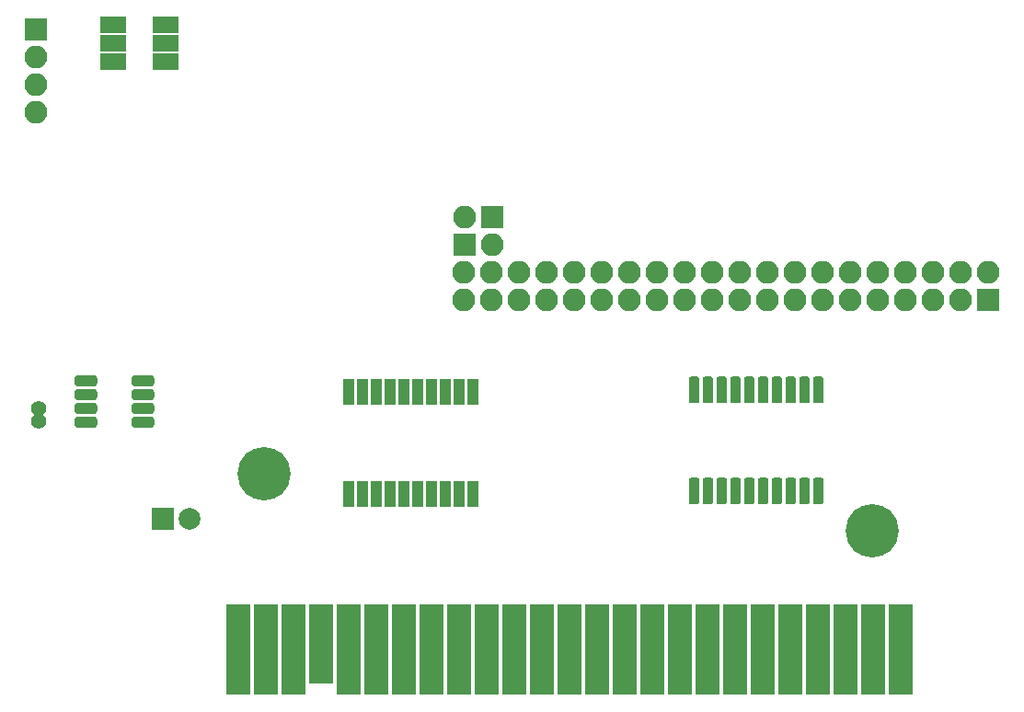
<source format=gbr>
G04 #@! TF.GenerationSoftware,KiCad,Pcbnew,5.1.5+dfsg1-2*
G04 #@! TF.CreationDate,2020-04-06T16:56:46-07:00*
G04 #@! TF.ProjectId,rpmpv1,72706d70-7631-42e6-9b69-6361645f7063,rev?*
G04 #@! TF.SameCoordinates,Original*
G04 #@! TF.FileFunction,Soldermask,Top*
G04 #@! TF.FilePolarity,Negative*
%FSLAX46Y46*%
G04 Gerber Fmt 4.6, Leading zero omitted, Abs format (unit mm)*
G04 Created by KiCad (PCBNEW 5.1.5+dfsg1-2) date 2020-04-06 16:56:46*
%MOMM*%
%LPD*%
G04 APERTURE LIST*
%ADD10O,2.100000X2.100000*%
%ADD11R,2.100000X2.100000*%
%ADD12R,2.400000X1.500000*%
%ADD13R,1.000000X2.350000*%
%ADD14C,4.900000*%
%ADD15R,2.200000X8.400000*%
%ADD16R,2.200000X7.400000*%
%ADD17C,0.100000*%
%ADD18R,2.000000X2.000000*%
%ADD19C,2.000000*%
%ADD20C,1.400000*%
G04 APERTURE END LIST*
D10*
X147740000Y-75154500D03*
X147740000Y-77694500D03*
X150280000Y-75154500D03*
X150280000Y-77694500D03*
X152820000Y-75154500D03*
X152820000Y-77694500D03*
X155360000Y-75154500D03*
X155360000Y-77694500D03*
X157900000Y-75154500D03*
X157900000Y-77694500D03*
X160440000Y-75154500D03*
X160440000Y-77694500D03*
X162980000Y-75154500D03*
X162980000Y-77694500D03*
X165520000Y-75154500D03*
X165520000Y-77694500D03*
X168060000Y-75154500D03*
X168060000Y-77694500D03*
X170600000Y-75154500D03*
X170600000Y-77694500D03*
X173140000Y-75154500D03*
X173140000Y-77694500D03*
X175680000Y-75154500D03*
X175680000Y-77694500D03*
X178220000Y-75154500D03*
X178220000Y-77694500D03*
X180760000Y-75154500D03*
X180760000Y-77694500D03*
X183300000Y-75154500D03*
X183300000Y-77694500D03*
X185840000Y-75154500D03*
X185840000Y-77694500D03*
X188380000Y-75154500D03*
X188380000Y-77694500D03*
X190920000Y-75154500D03*
X190920000Y-77694500D03*
X193460000Y-75154500D03*
X193460000Y-77694500D03*
X196000000Y-75154500D03*
D11*
X196000000Y-77694500D03*
D12*
X115469000Y-52353000D03*
X115469000Y-54053000D03*
X115469000Y-55753000D03*
X120269000Y-55753000D03*
X120269000Y-54053000D03*
X120269000Y-52353000D03*
D11*
X108331000Y-52768500D03*
D10*
X108331000Y-55308500D03*
X108331000Y-57848500D03*
X108331000Y-60388500D03*
D13*
X137160000Y-95505000D03*
X138430000Y-95505000D03*
X139700000Y-95505000D03*
X140970000Y-95505000D03*
X142240000Y-95505000D03*
X143510000Y-95505000D03*
X144780000Y-95505000D03*
X146050000Y-95505000D03*
X147320000Y-95505000D03*
X148590000Y-95505000D03*
X148590000Y-86105000D03*
X147320000Y-86105000D03*
X146050000Y-86105000D03*
X144780000Y-86105000D03*
X143510000Y-86105000D03*
X142240000Y-86105000D03*
X140970000Y-86105000D03*
X139700000Y-86105000D03*
X138430000Y-86105000D03*
X137160000Y-86105000D03*
D14*
X185323640Y-98897440D03*
D15*
X187939840Y-109827440D03*
X185399840Y-109827440D03*
X182859840Y-109827440D03*
X180319840Y-109827440D03*
X177779840Y-109827440D03*
X175239840Y-109827440D03*
X172699840Y-109827440D03*
X170159840Y-109827440D03*
X167619840Y-109827440D03*
X165079840Y-109827440D03*
X162539840Y-109827440D03*
X159999840Y-109827440D03*
X157459840Y-109827440D03*
X154919840Y-109827440D03*
X152379840Y-109827440D03*
X149839840Y-109827440D03*
X147299840Y-109827440D03*
X144759840Y-109827440D03*
X142219840Y-109827440D03*
X139679840Y-109827440D03*
X137139840Y-109827440D03*
D16*
X134594760Y-109334680D03*
D15*
X132059840Y-109827440D03*
X129519840Y-109827440D03*
X126979840Y-109827440D03*
D14*
X129324260Y-93695520D03*
D17*
G36*
X118994504Y-88401204D02*
G01*
X119018773Y-88404804D01*
X119042571Y-88410765D01*
X119065671Y-88419030D01*
X119087849Y-88429520D01*
X119108893Y-88442133D01*
X119128598Y-88456747D01*
X119146777Y-88473223D01*
X119163253Y-88491402D01*
X119177867Y-88511107D01*
X119190480Y-88532151D01*
X119200970Y-88554329D01*
X119209235Y-88577429D01*
X119215196Y-88601227D01*
X119218796Y-88625496D01*
X119220000Y-88650000D01*
X119220000Y-89150000D01*
X119218796Y-89174504D01*
X119215196Y-89198773D01*
X119209235Y-89222571D01*
X119200970Y-89245671D01*
X119190480Y-89267849D01*
X119177867Y-89288893D01*
X119163253Y-89308598D01*
X119146777Y-89326777D01*
X119128598Y-89343253D01*
X119108893Y-89357867D01*
X119087849Y-89370480D01*
X119065671Y-89380970D01*
X119042571Y-89389235D01*
X119018773Y-89395196D01*
X118994504Y-89398796D01*
X118970000Y-89400000D01*
X117420000Y-89400000D01*
X117395496Y-89398796D01*
X117371227Y-89395196D01*
X117347429Y-89389235D01*
X117324329Y-89380970D01*
X117302151Y-89370480D01*
X117281107Y-89357867D01*
X117261402Y-89343253D01*
X117243223Y-89326777D01*
X117226747Y-89308598D01*
X117212133Y-89288893D01*
X117199520Y-89267849D01*
X117189030Y-89245671D01*
X117180765Y-89222571D01*
X117174804Y-89198773D01*
X117171204Y-89174504D01*
X117170000Y-89150000D01*
X117170000Y-88650000D01*
X117171204Y-88625496D01*
X117174804Y-88601227D01*
X117180765Y-88577429D01*
X117189030Y-88554329D01*
X117199520Y-88532151D01*
X117212133Y-88511107D01*
X117226747Y-88491402D01*
X117243223Y-88473223D01*
X117261402Y-88456747D01*
X117281107Y-88442133D01*
X117302151Y-88429520D01*
X117324329Y-88419030D01*
X117347429Y-88410765D01*
X117371227Y-88404804D01*
X117395496Y-88401204D01*
X117420000Y-88400000D01*
X118970000Y-88400000D01*
X118994504Y-88401204D01*
G37*
G36*
X118994504Y-87131204D02*
G01*
X119018773Y-87134804D01*
X119042571Y-87140765D01*
X119065671Y-87149030D01*
X119087849Y-87159520D01*
X119108893Y-87172133D01*
X119128598Y-87186747D01*
X119146777Y-87203223D01*
X119163253Y-87221402D01*
X119177867Y-87241107D01*
X119190480Y-87262151D01*
X119200970Y-87284329D01*
X119209235Y-87307429D01*
X119215196Y-87331227D01*
X119218796Y-87355496D01*
X119220000Y-87380000D01*
X119220000Y-87880000D01*
X119218796Y-87904504D01*
X119215196Y-87928773D01*
X119209235Y-87952571D01*
X119200970Y-87975671D01*
X119190480Y-87997849D01*
X119177867Y-88018893D01*
X119163253Y-88038598D01*
X119146777Y-88056777D01*
X119128598Y-88073253D01*
X119108893Y-88087867D01*
X119087849Y-88100480D01*
X119065671Y-88110970D01*
X119042571Y-88119235D01*
X119018773Y-88125196D01*
X118994504Y-88128796D01*
X118970000Y-88130000D01*
X117420000Y-88130000D01*
X117395496Y-88128796D01*
X117371227Y-88125196D01*
X117347429Y-88119235D01*
X117324329Y-88110970D01*
X117302151Y-88100480D01*
X117281107Y-88087867D01*
X117261402Y-88073253D01*
X117243223Y-88056777D01*
X117226747Y-88038598D01*
X117212133Y-88018893D01*
X117199520Y-87997849D01*
X117189030Y-87975671D01*
X117180765Y-87952571D01*
X117174804Y-87928773D01*
X117171204Y-87904504D01*
X117170000Y-87880000D01*
X117170000Y-87380000D01*
X117171204Y-87355496D01*
X117174804Y-87331227D01*
X117180765Y-87307429D01*
X117189030Y-87284329D01*
X117199520Y-87262151D01*
X117212133Y-87241107D01*
X117226747Y-87221402D01*
X117243223Y-87203223D01*
X117261402Y-87186747D01*
X117281107Y-87172133D01*
X117302151Y-87159520D01*
X117324329Y-87149030D01*
X117347429Y-87140765D01*
X117371227Y-87134804D01*
X117395496Y-87131204D01*
X117420000Y-87130000D01*
X118970000Y-87130000D01*
X118994504Y-87131204D01*
G37*
G36*
X118994504Y-85861204D02*
G01*
X119018773Y-85864804D01*
X119042571Y-85870765D01*
X119065671Y-85879030D01*
X119087849Y-85889520D01*
X119108893Y-85902133D01*
X119128598Y-85916747D01*
X119146777Y-85933223D01*
X119163253Y-85951402D01*
X119177867Y-85971107D01*
X119190480Y-85992151D01*
X119200970Y-86014329D01*
X119209235Y-86037429D01*
X119215196Y-86061227D01*
X119218796Y-86085496D01*
X119220000Y-86110000D01*
X119220000Y-86610000D01*
X119218796Y-86634504D01*
X119215196Y-86658773D01*
X119209235Y-86682571D01*
X119200970Y-86705671D01*
X119190480Y-86727849D01*
X119177867Y-86748893D01*
X119163253Y-86768598D01*
X119146777Y-86786777D01*
X119128598Y-86803253D01*
X119108893Y-86817867D01*
X119087849Y-86830480D01*
X119065671Y-86840970D01*
X119042571Y-86849235D01*
X119018773Y-86855196D01*
X118994504Y-86858796D01*
X118970000Y-86860000D01*
X117420000Y-86860000D01*
X117395496Y-86858796D01*
X117371227Y-86855196D01*
X117347429Y-86849235D01*
X117324329Y-86840970D01*
X117302151Y-86830480D01*
X117281107Y-86817867D01*
X117261402Y-86803253D01*
X117243223Y-86786777D01*
X117226747Y-86768598D01*
X117212133Y-86748893D01*
X117199520Y-86727849D01*
X117189030Y-86705671D01*
X117180765Y-86682571D01*
X117174804Y-86658773D01*
X117171204Y-86634504D01*
X117170000Y-86610000D01*
X117170000Y-86110000D01*
X117171204Y-86085496D01*
X117174804Y-86061227D01*
X117180765Y-86037429D01*
X117189030Y-86014329D01*
X117199520Y-85992151D01*
X117212133Y-85971107D01*
X117226747Y-85951402D01*
X117243223Y-85933223D01*
X117261402Y-85916747D01*
X117281107Y-85902133D01*
X117302151Y-85889520D01*
X117324329Y-85879030D01*
X117347429Y-85870765D01*
X117371227Y-85864804D01*
X117395496Y-85861204D01*
X117420000Y-85860000D01*
X118970000Y-85860000D01*
X118994504Y-85861204D01*
G37*
G36*
X118994504Y-84591204D02*
G01*
X119018773Y-84594804D01*
X119042571Y-84600765D01*
X119065671Y-84609030D01*
X119087849Y-84619520D01*
X119108893Y-84632133D01*
X119128598Y-84646747D01*
X119146777Y-84663223D01*
X119163253Y-84681402D01*
X119177867Y-84701107D01*
X119190480Y-84722151D01*
X119200970Y-84744329D01*
X119209235Y-84767429D01*
X119215196Y-84791227D01*
X119218796Y-84815496D01*
X119220000Y-84840000D01*
X119220000Y-85340000D01*
X119218796Y-85364504D01*
X119215196Y-85388773D01*
X119209235Y-85412571D01*
X119200970Y-85435671D01*
X119190480Y-85457849D01*
X119177867Y-85478893D01*
X119163253Y-85498598D01*
X119146777Y-85516777D01*
X119128598Y-85533253D01*
X119108893Y-85547867D01*
X119087849Y-85560480D01*
X119065671Y-85570970D01*
X119042571Y-85579235D01*
X119018773Y-85585196D01*
X118994504Y-85588796D01*
X118970000Y-85590000D01*
X117420000Y-85590000D01*
X117395496Y-85588796D01*
X117371227Y-85585196D01*
X117347429Y-85579235D01*
X117324329Y-85570970D01*
X117302151Y-85560480D01*
X117281107Y-85547867D01*
X117261402Y-85533253D01*
X117243223Y-85516777D01*
X117226747Y-85498598D01*
X117212133Y-85478893D01*
X117199520Y-85457849D01*
X117189030Y-85435671D01*
X117180765Y-85412571D01*
X117174804Y-85388773D01*
X117171204Y-85364504D01*
X117170000Y-85340000D01*
X117170000Y-84840000D01*
X117171204Y-84815496D01*
X117174804Y-84791227D01*
X117180765Y-84767429D01*
X117189030Y-84744329D01*
X117199520Y-84722151D01*
X117212133Y-84701107D01*
X117226747Y-84681402D01*
X117243223Y-84663223D01*
X117261402Y-84646747D01*
X117281107Y-84632133D01*
X117302151Y-84619520D01*
X117324329Y-84609030D01*
X117347429Y-84600765D01*
X117371227Y-84594804D01*
X117395496Y-84591204D01*
X117420000Y-84590000D01*
X118970000Y-84590000D01*
X118994504Y-84591204D01*
G37*
G36*
X113744504Y-84591204D02*
G01*
X113768773Y-84594804D01*
X113792571Y-84600765D01*
X113815671Y-84609030D01*
X113837849Y-84619520D01*
X113858893Y-84632133D01*
X113878598Y-84646747D01*
X113896777Y-84663223D01*
X113913253Y-84681402D01*
X113927867Y-84701107D01*
X113940480Y-84722151D01*
X113950970Y-84744329D01*
X113959235Y-84767429D01*
X113965196Y-84791227D01*
X113968796Y-84815496D01*
X113970000Y-84840000D01*
X113970000Y-85340000D01*
X113968796Y-85364504D01*
X113965196Y-85388773D01*
X113959235Y-85412571D01*
X113950970Y-85435671D01*
X113940480Y-85457849D01*
X113927867Y-85478893D01*
X113913253Y-85498598D01*
X113896777Y-85516777D01*
X113878598Y-85533253D01*
X113858893Y-85547867D01*
X113837849Y-85560480D01*
X113815671Y-85570970D01*
X113792571Y-85579235D01*
X113768773Y-85585196D01*
X113744504Y-85588796D01*
X113720000Y-85590000D01*
X112170000Y-85590000D01*
X112145496Y-85588796D01*
X112121227Y-85585196D01*
X112097429Y-85579235D01*
X112074329Y-85570970D01*
X112052151Y-85560480D01*
X112031107Y-85547867D01*
X112011402Y-85533253D01*
X111993223Y-85516777D01*
X111976747Y-85498598D01*
X111962133Y-85478893D01*
X111949520Y-85457849D01*
X111939030Y-85435671D01*
X111930765Y-85412571D01*
X111924804Y-85388773D01*
X111921204Y-85364504D01*
X111920000Y-85340000D01*
X111920000Y-84840000D01*
X111921204Y-84815496D01*
X111924804Y-84791227D01*
X111930765Y-84767429D01*
X111939030Y-84744329D01*
X111949520Y-84722151D01*
X111962133Y-84701107D01*
X111976747Y-84681402D01*
X111993223Y-84663223D01*
X112011402Y-84646747D01*
X112031107Y-84632133D01*
X112052151Y-84619520D01*
X112074329Y-84609030D01*
X112097429Y-84600765D01*
X112121227Y-84594804D01*
X112145496Y-84591204D01*
X112170000Y-84590000D01*
X113720000Y-84590000D01*
X113744504Y-84591204D01*
G37*
G36*
X113744504Y-85861204D02*
G01*
X113768773Y-85864804D01*
X113792571Y-85870765D01*
X113815671Y-85879030D01*
X113837849Y-85889520D01*
X113858893Y-85902133D01*
X113878598Y-85916747D01*
X113896777Y-85933223D01*
X113913253Y-85951402D01*
X113927867Y-85971107D01*
X113940480Y-85992151D01*
X113950970Y-86014329D01*
X113959235Y-86037429D01*
X113965196Y-86061227D01*
X113968796Y-86085496D01*
X113970000Y-86110000D01*
X113970000Y-86610000D01*
X113968796Y-86634504D01*
X113965196Y-86658773D01*
X113959235Y-86682571D01*
X113950970Y-86705671D01*
X113940480Y-86727849D01*
X113927867Y-86748893D01*
X113913253Y-86768598D01*
X113896777Y-86786777D01*
X113878598Y-86803253D01*
X113858893Y-86817867D01*
X113837849Y-86830480D01*
X113815671Y-86840970D01*
X113792571Y-86849235D01*
X113768773Y-86855196D01*
X113744504Y-86858796D01*
X113720000Y-86860000D01*
X112170000Y-86860000D01*
X112145496Y-86858796D01*
X112121227Y-86855196D01*
X112097429Y-86849235D01*
X112074329Y-86840970D01*
X112052151Y-86830480D01*
X112031107Y-86817867D01*
X112011402Y-86803253D01*
X111993223Y-86786777D01*
X111976747Y-86768598D01*
X111962133Y-86748893D01*
X111949520Y-86727849D01*
X111939030Y-86705671D01*
X111930765Y-86682571D01*
X111924804Y-86658773D01*
X111921204Y-86634504D01*
X111920000Y-86610000D01*
X111920000Y-86110000D01*
X111921204Y-86085496D01*
X111924804Y-86061227D01*
X111930765Y-86037429D01*
X111939030Y-86014329D01*
X111949520Y-85992151D01*
X111962133Y-85971107D01*
X111976747Y-85951402D01*
X111993223Y-85933223D01*
X112011402Y-85916747D01*
X112031107Y-85902133D01*
X112052151Y-85889520D01*
X112074329Y-85879030D01*
X112097429Y-85870765D01*
X112121227Y-85864804D01*
X112145496Y-85861204D01*
X112170000Y-85860000D01*
X113720000Y-85860000D01*
X113744504Y-85861204D01*
G37*
G36*
X113744504Y-87131204D02*
G01*
X113768773Y-87134804D01*
X113792571Y-87140765D01*
X113815671Y-87149030D01*
X113837849Y-87159520D01*
X113858893Y-87172133D01*
X113878598Y-87186747D01*
X113896777Y-87203223D01*
X113913253Y-87221402D01*
X113927867Y-87241107D01*
X113940480Y-87262151D01*
X113950970Y-87284329D01*
X113959235Y-87307429D01*
X113965196Y-87331227D01*
X113968796Y-87355496D01*
X113970000Y-87380000D01*
X113970000Y-87880000D01*
X113968796Y-87904504D01*
X113965196Y-87928773D01*
X113959235Y-87952571D01*
X113950970Y-87975671D01*
X113940480Y-87997849D01*
X113927867Y-88018893D01*
X113913253Y-88038598D01*
X113896777Y-88056777D01*
X113878598Y-88073253D01*
X113858893Y-88087867D01*
X113837849Y-88100480D01*
X113815671Y-88110970D01*
X113792571Y-88119235D01*
X113768773Y-88125196D01*
X113744504Y-88128796D01*
X113720000Y-88130000D01*
X112170000Y-88130000D01*
X112145496Y-88128796D01*
X112121227Y-88125196D01*
X112097429Y-88119235D01*
X112074329Y-88110970D01*
X112052151Y-88100480D01*
X112031107Y-88087867D01*
X112011402Y-88073253D01*
X111993223Y-88056777D01*
X111976747Y-88038598D01*
X111962133Y-88018893D01*
X111949520Y-87997849D01*
X111939030Y-87975671D01*
X111930765Y-87952571D01*
X111924804Y-87928773D01*
X111921204Y-87904504D01*
X111920000Y-87880000D01*
X111920000Y-87380000D01*
X111921204Y-87355496D01*
X111924804Y-87331227D01*
X111930765Y-87307429D01*
X111939030Y-87284329D01*
X111949520Y-87262151D01*
X111962133Y-87241107D01*
X111976747Y-87221402D01*
X111993223Y-87203223D01*
X112011402Y-87186747D01*
X112031107Y-87172133D01*
X112052151Y-87159520D01*
X112074329Y-87149030D01*
X112097429Y-87140765D01*
X112121227Y-87134804D01*
X112145496Y-87131204D01*
X112170000Y-87130000D01*
X113720000Y-87130000D01*
X113744504Y-87131204D01*
G37*
G36*
X113744504Y-88401204D02*
G01*
X113768773Y-88404804D01*
X113792571Y-88410765D01*
X113815671Y-88419030D01*
X113837849Y-88429520D01*
X113858893Y-88442133D01*
X113878598Y-88456747D01*
X113896777Y-88473223D01*
X113913253Y-88491402D01*
X113927867Y-88511107D01*
X113940480Y-88532151D01*
X113950970Y-88554329D01*
X113959235Y-88577429D01*
X113965196Y-88601227D01*
X113968796Y-88625496D01*
X113970000Y-88650000D01*
X113970000Y-89150000D01*
X113968796Y-89174504D01*
X113965196Y-89198773D01*
X113959235Y-89222571D01*
X113950970Y-89245671D01*
X113940480Y-89267849D01*
X113927867Y-89288893D01*
X113913253Y-89308598D01*
X113896777Y-89326777D01*
X113878598Y-89343253D01*
X113858893Y-89357867D01*
X113837849Y-89370480D01*
X113815671Y-89380970D01*
X113792571Y-89389235D01*
X113768773Y-89395196D01*
X113744504Y-89398796D01*
X113720000Y-89400000D01*
X112170000Y-89400000D01*
X112145496Y-89398796D01*
X112121227Y-89395196D01*
X112097429Y-89389235D01*
X112074329Y-89380970D01*
X112052151Y-89370480D01*
X112031107Y-89357867D01*
X112011402Y-89343253D01*
X111993223Y-89326777D01*
X111976747Y-89308598D01*
X111962133Y-89288893D01*
X111949520Y-89267849D01*
X111939030Y-89245671D01*
X111930765Y-89222571D01*
X111924804Y-89198773D01*
X111921204Y-89174504D01*
X111920000Y-89150000D01*
X111920000Y-88650000D01*
X111921204Y-88625496D01*
X111924804Y-88601227D01*
X111930765Y-88577429D01*
X111939030Y-88554329D01*
X111949520Y-88532151D01*
X111962133Y-88511107D01*
X111976747Y-88491402D01*
X111993223Y-88473223D01*
X112011402Y-88456747D01*
X112031107Y-88442133D01*
X112052151Y-88429520D01*
X112074329Y-88419030D01*
X112097429Y-88410765D01*
X112121227Y-88404804D01*
X112145496Y-88401204D01*
X112170000Y-88400000D01*
X113720000Y-88400000D01*
X113744504Y-88401204D01*
G37*
G36*
X169184504Y-94026204D02*
G01*
X169208773Y-94029804D01*
X169232571Y-94035765D01*
X169255671Y-94044030D01*
X169277849Y-94054520D01*
X169298893Y-94067133D01*
X169318598Y-94081747D01*
X169336777Y-94098223D01*
X169353253Y-94116402D01*
X169367867Y-94136107D01*
X169380480Y-94157151D01*
X169390970Y-94179329D01*
X169399235Y-94202429D01*
X169405196Y-94226227D01*
X169408796Y-94250496D01*
X169410000Y-94275000D01*
X169410000Y-96225000D01*
X169408796Y-96249504D01*
X169405196Y-96273773D01*
X169399235Y-96297571D01*
X169390970Y-96320671D01*
X169380480Y-96342849D01*
X169367867Y-96363893D01*
X169353253Y-96383598D01*
X169336777Y-96401777D01*
X169318598Y-96418253D01*
X169298893Y-96432867D01*
X169277849Y-96445480D01*
X169255671Y-96455970D01*
X169232571Y-96464235D01*
X169208773Y-96470196D01*
X169184504Y-96473796D01*
X169160000Y-96475000D01*
X168660000Y-96475000D01*
X168635496Y-96473796D01*
X168611227Y-96470196D01*
X168587429Y-96464235D01*
X168564329Y-96455970D01*
X168542151Y-96445480D01*
X168521107Y-96432867D01*
X168501402Y-96418253D01*
X168483223Y-96401777D01*
X168466747Y-96383598D01*
X168452133Y-96363893D01*
X168439520Y-96342849D01*
X168429030Y-96320671D01*
X168420765Y-96297571D01*
X168414804Y-96273773D01*
X168411204Y-96249504D01*
X168410000Y-96225000D01*
X168410000Y-94275000D01*
X168411204Y-94250496D01*
X168414804Y-94226227D01*
X168420765Y-94202429D01*
X168429030Y-94179329D01*
X168439520Y-94157151D01*
X168452133Y-94136107D01*
X168466747Y-94116402D01*
X168483223Y-94098223D01*
X168501402Y-94081747D01*
X168521107Y-94067133D01*
X168542151Y-94054520D01*
X168564329Y-94044030D01*
X168587429Y-94035765D01*
X168611227Y-94029804D01*
X168635496Y-94026204D01*
X168660000Y-94025000D01*
X169160000Y-94025000D01*
X169184504Y-94026204D01*
G37*
G36*
X170454504Y-94026204D02*
G01*
X170478773Y-94029804D01*
X170502571Y-94035765D01*
X170525671Y-94044030D01*
X170547849Y-94054520D01*
X170568893Y-94067133D01*
X170588598Y-94081747D01*
X170606777Y-94098223D01*
X170623253Y-94116402D01*
X170637867Y-94136107D01*
X170650480Y-94157151D01*
X170660970Y-94179329D01*
X170669235Y-94202429D01*
X170675196Y-94226227D01*
X170678796Y-94250496D01*
X170680000Y-94275000D01*
X170680000Y-96225000D01*
X170678796Y-96249504D01*
X170675196Y-96273773D01*
X170669235Y-96297571D01*
X170660970Y-96320671D01*
X170650480Y-96342849D01*
X170637867Y-96363893D01*
X170623253Y-96383598D01*
X170606777Y-96401777D01*
X170588598Y-96418253D01*
X170568893Y-96432867D01*
X170547849Y-96445480D01*
X170525671Y-96455970D01*
X170502571Y-96464235D01*
X170478773Y-96470196D01*
X170454504Y-96473796D01*
X170430000Y-96475000D01*
X169930000Y-96475000D01*
X169905496Y-96473796D01*
X169881227Y-96470196D01*
X169857429Y-96464235D01*
X169834329Y-96455970D01*
X169812151Y-96445480D01*
X169791107Y-96432867D01*
X169771402Y-96418253D01*
X169753223Y-96401777D01*
X169736747Y-96383598D01*
X169722133Y-96363893D01*
X169709520Y-96342849D01*
X169699030Y-96320671D01*
X169690765Y-96297571D01*
X169684804Y-96273773D01*
X169681204Y-96249504D01*
X169680000Y-96225000D01*
X169680000Y-94275000D01*
X169681204Y-94250496D01*
X169684804Y-94226227D01*
X169690765Y-94202429D01*
X169699030Y-94179329D01*
X169709520Y-94157151D01*
X169722133Y-94136107D01*
X169736747Y-94116402D01*
X169753223Y-94098223D01*
X169771402Y-94081747D01*
X169791107Y-94067133D01*
X169812151Y-94054520D01*
X169834329Y-94044030D01*
X169857429Y-94035765D01*
X169881227Y-94029804D01*
X169905496Y-94026204D01*
X169930000Y-94025000D01*
X170430000Y-94025000D01*
X170454504Y-94026204D01*
G37*
G36*
X171724504Y-94026204D02*
G01*
X171748773Y-94029804D01*
X171772571Y-94035765D01*
X171795671Y-94044030D01*
X171817849Y-94054520D01*
X171838893Y-94067133D01*
X171858598Y-94081747D01*
X171876777Y-94098223D01*
X171893253Y-94116402D01*
X171907867Y-94136107D01*
X171920480Y-94157151D01*
X171930970Y-94179329D01*
X171939235Y-94202429D01*
X171945196Y-94226227D01*
X171948796Y-94250496D01*
X171950000Y-94275000D01*
X171950000Y-96225000D01*
X171948796Y-96249504D01*
X171945196Y-96273773D01*
X171939235Y-96297571D01*
X171930970Y-96320671D01*
X171920480Y-96342849D01*
X171907867Y-96363893D01*
X171893253Y-96383598D01*
X171876777Y-96401777D01*
X171858598Y-96418253D01*
X171838893Y-96432867D01*
X171817849Y-96445480D01*
X171795671Y-96455970D01*
X171772571Y-96464235D01*
X171748773Y-96470196D01*
X171724504Y-96473796D01*
X171700000Y-96475000D01*
X171200000Y-96475000D01*
X171175496Y-96473796D01*
X171151227Y-96470196D01*
X171127429Y-96464235D01*
X171104329Y-96455970D01*
X171082151Y-96445480D01*
X171061107Y-96432867D01*
X171041402Y-96418253D01*
X171023223Y-96401777D01*
X171006747Y-96383598D01*
X170992133Y-96363893D01*
X170979520Y-96342849D01*
X170969030Y-96320671D01*
X170960765Y-96297571D01*
X170954804Y-96273773D01*
X170951204Y-96249504D01*
X170950000Y-96225000D01*
X170950000Y-94275000D01*
X170951204Y-94250496D01*
X170954804Y-94226227D01*
X170960765Y-94202429D01*
X170969030Y-94179329D01*
X170979520Y-94157151D01*
X170992133Y-94136107D01*
X171006747Y-94116402D01*
X171023223Y-94098223D01*
X171041402Y-94081747D01*
X171061107Y-94067133D01*
X171082151Y-94054520D01*
X171104329Y-94044030D01*
X171127429Y-94035765D01*
X171151227Y-94029804D01*
X171175496Y-94026204D01*
X171200000Y-94025000D01*
X171700000Y-94025000D01*
X171724504Y-94026204D01*
G37*
G36*
X172994504Y-94026204D02*
G01*
X173018773Y-94029804D01*
X173042571Y-94035765D01*
X173065671Y-94044030D01*
X173087849Y-94054520D01*
X173108893Y-94067133D01*
X173128598Y-94081747D01*
X173146777Y-94098223D01*
X173163253Y-94116402D01*
X173177867Y-94136107D01*
X173190480Y-94157151D01*
X173200970Y-94179329D01*
X173209235Y-94202429D01*
X173215196Y-94226227D01*
X173218796Y-94250496D01*
X173220000Y-94275000D01*
X173220000Y-96225000D01*
X173218796Y-96249504D01*
X173215196Y-96273773D01*
X173209235Y-96297571D01*
X173200970Y-96320671D01*
X173190480Y-96342849D01*
X173177867Y-96363893D01*
X173163253Y-96383598D01*
X173146777Y-96401777D01*
X173128598Y-96418253D01*
X173108893Y-96432867D01*
X173087849Y-96445480D01*
X173065671Y-96455970D01*
X173042571Y-96464235D01*
X173018773Y-96470196D01*
X172994504Y-96473796D01*
X172970000Y-96475000D01*
X172470000Y-96475000D01*
X172445496Y-96473796D01*
X172421227Y-96470196D01*
X172397429Y-96464235D01*
X172374329Y-96455970D01*
X172352151Y-96445480D01*
X172331107Y-96432867D01*
X172311402Y-96418253D01*
X172293223Y-96401777D01*
X172276747Y-96383598D01*
X172262133Y-96363893D01*
X172249520Y-96342849D01*
X172239030Y-96320671D01*
X172230765Y-96297571D01*
X172224804Y-96273773D01*
X172221204Y-96249504D01*
X172220000Y-96225000D01*
X172220000Y-94275000D01*
X172221204Y-94250496D01*
X172224804Y-94226227D01*
X172230765Y-94202429D01*
X172239030Y-94179329D01*
X172249520Y-94157151D01*
X172262133Y-94136107D01*
X172276747Y-94116402D01*
X172293223Y-94098223D01*
X172311402Y-94081747D01*
X172331107Y-94067133D01*
X172352151Y-94054520D01*
X172374329Y-94044030D01*
X172397429Y-94035765D01*
X172421227Y-94029804D01*
X172445496Y-94026204D01*
X172470000Y-94025000D01*
X172970000Y-94025000D01*
X172994504Y-94026204D01*
G37*
G36*
X174264504Y-94026204D02*
G01*
X174288773Y-94029804D01*
X174312571Y-94035765D01*
X174335671Y-94044030D01*
X174357849Y-94054520D01*
X174378893Y-94067133D01*
X174398598Y-94081747D01*
X174416777Y-94098223D01*
X174433253Y-94116402D01*
X174447867Y-94136107D01*
X174460480Y-94157151D01*
X174470970Y-94179329D01*
X174479235Y-94202429D01*
X174485196Y-94226227D01*
X174488796Y-94250496D01*
X174490000Y-94275000D01*
X174490000Y-96225000D01*
X174488796Y-96249504D01*
X174485196Y-96273773D01*
X174479235Y-96297571D01*
X174470970Y-96320671D01*
X174460480Y-96342849D01*
X174447867Y-96363893D01*
X174433253Y-96383598D01*
X174416777Y-96401777D01*
X174398598Y-96418253D01*
X174378893Y-96432867D01*
X174357849Y-96445480D01*
X174335671Y-96455970D01*
X174312571Y-96464235D01*
X174288773Y-96470196D01*
X174264504Y-96473796D01*
X174240000Y-96475000D01*
X173740000Y-96475000D01*
X173715496Y-96473796D01*
X173691227Y-96470196D01*
X173667429Y-96464235D01*
X173644329Y-96455970D01*
X173622151Y-96445480D01*
X173601107Y-96432867D01*
X173581402Y-96418253D01*
X173563223Y-96401777D01*
X173546747Y-96383598D01*
X173532133Y-96363893D01*
X173519520Y-96342849D01*
X173509030Y-96320671D01*
X173500765Y-96297571D01*
X173494804Y-96273773D01*
X173491204Y-96249504D01*
X173490000Y-96225000D01*
X173490000Y-94275000D01*
X173491204Y-94250496D01*
X173494804Y-94226227D01*
X173500765Y-94202429D01*
X173509030Y-94179329D01*
X173519520Y-94157151D01*
X173532133Y-94136107D01*
X173546747Y-94116402D01*
X173563223Y-94098223D01*
X173581402Y-94081747D01*
X173601107Y-94067133D01*
X173622151Y-94054520D01*
X173644329Y-94044030D01*
X173667429Y-94035765D01*
X173691227Y-94029804D01*
X173715496Y-94026204D01*
X173740000Y-94025000D01*
X174240000Y-94025000D01*
X174264504Y-94026204D01*
G37*
G36*
X175534504Y-94026204D02*
G01*
X175558773Y-94029804D01*
X175582571Y-94035765D01*
X175605671Y-94044030D01*
X175627849Y-94054520D01*
X175648893Y-94067133D01*
X175668598Y-94081747D01*
X175686777Y-94098223D01*
X175703253Y-94116402D01*
X175717867Y-94136107D01*
X175730480Y-94157151D01*
X175740970Y-94179329D01*
X175749235Y-94202429D01*
X175755196Y-94226227D01*
X175758796Y-94250496D01*
X175760000Y-94275000D01*
X175760000Y-96225000D01*
X175758796Y-96249504D01*
X175755196Y-96273773D01*
X175749235Y-96297571D01*
X175740970Y-96320671D01*
X175730480Y-96342849D01*
X175717867Y-96363893D01*
X175703253Y-96383598D01*
X175686777Y-96401777D01*
X175668598Y-96418253D01*
X175648893Y-96432867D01*
X175627849Y-96445480D01*
X175605671Y-96455970D01*
X175582571Y-96464235D01*
X175558773Y-96470196D01*
X175534504Y-96473796D01*
X175510000Y-96475000D01*
X175010000Y-96475000D01*
X174985496Y-96473796D01*
X174961227Y-96470196D01*
X174937429Y-96464235D01*
X174914329Y-96455970D01*
X174892151Y-96445480D01*
X174871107Y-96432867D01*
X174851402Y-96418253D01*
X174833223Y-96401777D01*
X174816747Y-96383598D01*
X174802133Y-96363893D01*
X174789520Y-96342849D01*
X174779030Y-96320671D01*
X174770765Y-96297571D01*
X174764804Y-96273773D01*
X174761204Y-96249504D01*
X174760000Y-96225000D01*
X174760000Y-94275000D01*
X174761204Y-94250496D01*
X174764804Y-94226227D01*
X174770765Y-94202429D01*
X174779030Y-94179329D01*
X174789520Y-94157151D01*
X174802133Y-94136107D01*
X174816747Y-94116402D01*
X174833223Y-94098223D01*
X174851402Y-94081747D01*
X174871107Y-94067133D01*
X174892151Y-94054520D01*
X174914329Y-94044030D01*
X174937429Y-94035765D01*
X174961227Y-94029804D01*
X174985496Y-94026204D01*
X175010000Y-94025000D01*
X175510000Y-94025000D01*
X175534504Y-94026204D01*
G37*
G36*
X176804504Y-94026204D02*
G01*
X176828773Y-94029804D01*
X176852571Y-94035765D01*
X176875671Y-94044030D01*
X176897849Y-94054520D01*
X176918893Y-94067133D01*
X176938598Y-94081747D01*
X176956777Y-94098223D01*
X176973253Y-94116402D01*
X176987867Y-94136107D01*
X177000480Y-94157151D01*
X177010970Y-94179329D01*
X177019235Y-94202429D01*
X177025196Y-94226227D01*
X177028796Y-94250496D01*
X177030000Y-94275000D01*
X177030000Y-96225000D01*
X177028796Y-96249504D01*
X177025196Y-96273773D01*
X177019235Y-96297571D01*
X177010970Y-96320671D01*
X177000480Y-96342849D01*
X176987867Y-96363893D01*
X176973253Y-96383598D01*
X176956777Y-96401777D01*
X176938598Y-96418253D01*
X176918893Y-96432867D01*
X176897849Y-96445480D01*
X176875671Y-96455970D01*
X176852571Y-96464235D01*
X176828773Y-96470196D01*
X176804504Y-96473796D01*
X176780000Y-96475000D01*
X176280000Y-96475000D01*
X176255496Y-96473796D01*
X176231227Y-96470196D01*
X176207429Y-96464235D01*
X176184329Y-96455970D01*
X176162151Y-96445480D01*
X176141107Y-96432867D01*
X176121402Y-96418253D01*
X176103223Y-96401777D01*
X176086747Y-96383598D01*
X176072133Y-96363893D01*
X176059520Y-96342849D01*
X176049030Y-96320671D01*
X176040765Y-96297571D01*
X176034804Y-96273773D01*
X176031204Y-96249504D01*
X176030000Y-96225000D01*
X176030000Y-94275000D01*
X176031204Y-94250496D01*
X176034804Y-94226227D01*
X176040765Y-94202429D01*
X176049030Y-94179329D01*
X176059520Y-94157151D01*
X176072133Y-94136107D01*
X176086747Y-94116402D01*
X176103223Y-94098223D01*
X176121402Y-94081747D01*
X176141107Y-94067133D01*
X176162151Y-94054520D01*
X176184329Y-94044030D01*
X176207429Y-94035765D01*
X176231227Y-94029804D01*
X176255496Y-94026204D01*
X176280000Y-94025000D01*
X176780000Y-94025000D01*
X176804504Y-94026204D01*
G37*
G36*
X178074504Y-94026204D02*
G01*
X178098773Y-94029804D01*
X178122571Y-94035765D01*
X178145671Y-94044030D01*
X178167849Y-94054520D01*
X178188893Y-94067133D01*
X178208598Y-94081747D01*
X178226777Y-94098223D01*
X178243253Y-94116402D01*
X178257867Y-94136107D01*
X178270480Y-94157151D01*
X178280970Y-94179329D01*
X178289235Y-94202429D01*
X178295196Y-94226227D01*
X178298796Y-94250496D01*
X178300000Y-94275000D01*
X178300000Y-96225000D01*
X178298796Y-96249504D01*
X178295196Y-96273773D01*
X178289235Y-96297571D01*
X178280970Y-96320671D01*
X178270480Y-96342849D01*
X178257867Y-96363893D01*
X178243253Y-96383598D01*
X178226777Y-96401777D01*
X178208598Y-96418253D01*
X178188893Y-96432867D01*
X178167849Y-96445480D01*
X178145671Y-96455970D01*
X178122571Y-96464235D01*
X178098773Y-96470196D01*
X178074504Y-96473796D01*
X178050000Y-96475000D01*
X177550000Y-96475000D01*
X177525496Y-96473796D01*
X177501227Y-96470196D01*
X177477429Y-96464235D01*
X177454329Y-96455970D01*
X177432151Y-96445480D01*
X177411107Y-96432867D01*
X177391402Y-96418253D01*
X177373223Y-96401777D01*
X177356747Y-96383598D01*
X177342133Y-96363893D01*
X177329520Y-96342849D01*
X177319030Y-96320671D01*
X177310765Y-96297571D01*
X177304804Y-96273773D01*
X177301204Y-96249504D01*
X177300000Y-96225000D01*
X177300000Y-94275000D01*
X177301204Y-94250496D01*
X177304804Y-94226227D01*
X177310765Y-94202429D01*
X177319030Y-94179329D01*
X177329520Y-94157151D01*
X177342133Y-94136107D01*
X177356747Y-94116402D01*
X177373223Y-94098223D01*
X177391402Y-94081747D01*
X177411107Y-94067133D01*
X177432151Y-94054520D01*
X177454329Y-94044030D01*
X177477429Y-94035765D01*
X177501227Y-94029804D01*
X177525496Y-94026204D01*
X177550000Y-94025000D01*
X178050000Y-94025000D01*
X178074504Y-94026204D01*
G37*
G36*
X179344504Y-94026204D02*
G01*
X179368773Y-94029804D01*
X179392571Y-94035765D01*
X179415671Y-94044030D01*
X179437849Y-94054520D01*
X179458893Y-94067133D01*
X179478598Y-94081747D01*
X179496777Y-94098223D01*
X179513253Y-94116402D01*
X179527867Y-94136107D01*
X179540480Y-94157151D01*
X179550970Y-94179329D01*
X179559235Y-94202429D01*
X179565196Y-94226227D01*
X179568796Y-94250496D01*
X179570000Y-94275000D01*
X179570000Y-96225000D01*
X179568796Y-96249504D01*
X179565196Y-96273773D01*
X179559235Y-96297571D01*
X179550970Y-96320671D01*
X179540480Y-96342849D01*
X179527867Y-96363893D01*
X179513253Y-96383598D01*
X179496777Y-96401777D01*
X179478598Y-96418253D01*
X179458893Y-96432867D01*
X179437849Y-96445480D01*
X179415671Y-96455970D01*
X179392571Y-96464235D01*
X179368773Y-96470196D01*
X179344504Y-96473796D01*
X179320000Y-96475000D01*
X178820000Y-96475000D01*
X178795496Y-96473796D01*
X178771227Y-96470196D01*
X178747429Y-96464235D01*
X178724329Y-96455970D01*
X178702151Y-96445480D01*
X178681107Y-96432867D01*
X178661402Y-96418253D01*
X178643223Y-96401777D01*
X178626747Y-96383598D01*
X178612133Y-96363893D01*
X178599520Y-96342849D01*
X178589030Y-96320671D01*
X178580765Y-96297571D01*
X178574804Y-96273773D01*
X178571204Y-96249504D01*
X178570000Y-96225000D01*
X178570000Y-94275000D01*
X178571204Y-94250496D01*
X178574804Y-94226227D01*
X178580765Y-94202429D01*
X178589030Y-94179329D01*
X178599520Y-94157151D01*
X178612133Y-94136107D01*
X178626747Y-94116402D01*
X178643223Y-94098223D01*
X178661402Y-94081747D01*
X178681107Y-94067133D01*
X178702151Y-94054520D01*
X178724329Y-94044030D01*
X178747429Y-94035765D01*
X178771227Y-94029804D01*
X178795496Y-94026204D01*
X178820000Y-94025000D01*
X179320000Y-94025000D01*
X179344504Y-94026204D01*
G37*
G36*
X180614504Y-94026204D02*
G01*
X180638773Y-94029804D01*
X180662571Y-94035765D01*
X180685671Y-94044030D01*
X180707849Y-94054520D01*
X180728893Y-94067133D01*
X180748598Y-94081747D01*
X180766777Y-94098223D01*
X180783253Y-94116402D01*
X180797867Y-94136107D01*
X180810480Y-94157151D01*
X180820970Y-94179329D01*
X180829235Y-94202429D01*
X180835196Y-94226227D01*
X180838796Y-94250496D01*
X180840000Y-94275000D01*
X180840000Y-96225000D01*
X180838796Y-96249504D01*
X180835196Y-96273773D01*
X180829235Y-96297571D01*
X180820970Y-96320671D01*
X180810480Y-96342849D01*
X180797867Y-96363893D01*
X180783253Y-96383598D01*
X180766777Y-96401777D01*
X180748598Y-96418253D01*
X180728893Y-96432867D01*
X180707849Y-96445480D01*
X180685671Y-96455970D01*
X180662571Y-96464235D01*
X180638773Y-96470196D01*
X180614504Y-96473796D01*
X180590000Y-96475000D01*
X180090000Y-96475000D01*
X180065496Y-96473796D01*
X180041227Y-96470196D01*
X180017429Y-96464235D01*
X179994329Y-96455970D01*
X179972151Y-96445480D01*
X179951107Y-96432867D01*
X179931402Y-96418253D01*
X179913223Y-96401777D01*
X179896747Y-96383598D01*
X179882133Y-96363893D01*
X179869520Y-96342849D01*
X179859030Y-96320671D01*
X179850765Y-96297571D01*
X179844804Y-96273773D01*
X179841204Y-96249504D01*
X179840000Y-96225000D01*
X179840000Y-94275000D01*
X179841204Y-94250496D01*
X179844804Y-94226227D01*
X179850765Y-94202429D01*
X179859030Y-94179329D01*
X179869520Y-94157151D01*
X179882133Y-94136107D01*
X179896747Y-94116402D01*
X179913223Y-94098223D01*
X179931402Y-94081747D01*
X179951107Y-94067133D01*
X179972151Y-94054520D01*
X179994329Y-94044030D01*
X180017429Y-94035765D01*
X180041227Y-94029804D01*
X180065496Y-94026204D01*
X180090000Y-94025000D01*
X180590000Y-94025000D01*
X180614504Y-94026204D01*
G37*
G36*
X180614504Y-84726204D02*
G01*
X180638773Y-84729804D01*
X180662571Y-84735765D01*
X180685671Y-84744030D01*
X180707849Y-84754520D01*
X180728893Y-84767133D01*
X180748598Y-84781747D01*
X180766777Y-84798223D01*
X180783253Y-84816402D01*
X180797867Y-84836107D01*
X180810480Y-84857151D01*
X180820970Y-84879329D01*
X180829235Y-84902429D01*
X180835196Y-84926227D01*
X180838796Y-84950496D01*
X180840000Y-84975000D01*
X180840000Y-86925000D01*
X180838796Y-86949504D01*
X180835196Y-86973773D01*
X180829235Y-86997571D01*
X180820970Y-87020671D01*
X180810480Y-87042849D01*
X180797867Y-87063893D01*
X180783253Y-87083598D01*
X180766777Y-87101777D01*
X180748598Y-87118253D01*
X180728893Y-87132867D01*
X180707849Y-87145480D01*
X180685671Y-87155970D01*
X180662571Y-87164235D01*
X180638773Y-87170196D01*
X180614504Y-87173796D01*
X180590000Y-87175000D01*
X180090000Y-87175000D01*
X180065496Y-87173796D01*
X180041227Y-87170196D01*
X180017429Y-87164235D01*
X179994329Y-87155970D01*
X179972151Y-87145480D01*
X179951107Y-87132867D01*
X179931402Y-87118253D01*
X179913223Y-87101777D01*
X179896747Y-87083598D01*
X179882133Y-87063893D01*
X179869520Y-87042849D01*
X179859030Y-87020671D01*
X179850765Y-86997571D01*
X179844804Y-86973773D01*
X179841204Y-86949504D01*
X179840000Y-86925000D01*
X179840000Y-84975000D01*
X179841204Y-84950496D01*
X179844804Y-84926227D01*
X179850765Y-84902429D01*
X179859030Y-84879329D01*
X179869520Y-84857151D01*
X179882133Y-84836107D01*
X179896747Y-84816402D01*
X179913223Y-84798223D01*
X179931402Y-84781747D01*
X179951107Y-84767133D01*
X179972151Y-84754520D01*
X179994329Y-84744030D01*
X180017429Y-84735765D01*
X180041227Y-84729804D01*
X180065496Y-84726204D01*
X180090000Y-84725000D01*
X180590000Y-84725000D01*
X180614504Y-84726204D01*
G37*
G36*
X179344504Y-84726204D02*
G01*
X179368773Y-84729804D01*
X179392571Y-84735765D01*
X179415671Y-84744030D01*
X179437849Y-84754520D01*
X179458893Y-84767133D01*
X179478598Y-84781747D01*
X179496777Y-84798223D01*
X179513253Y-84816402D01*
X179527867Y-84836107D01*
X179540480Y-84857151D01*
X179550970Y-84879329D01*
X179559235Y-84902429D01*
X179565196Y-84926227D01*
X179568796Y-84950496D01*
X179570000Y-84975000D01*
X179570000Y-86925000D01*
X179568796Y-86949504D01*
X179565196Y-86973773D01*
X179559235Y-86997571D01*
X179550970Y-87020671D01*
X179540480Y-87042849D01*
X179527867Y-87063893D01*
X179513253Y-87083598D01*
X179496777Y-87101777D01*
X179478598Y-87118253D01*
X179458893Y-87132867D01*
X179437849Y-87145480D01*
X179415671Y-87155970D01*
X179392571Y-87164235D01*
X179368773Y-87170196D01*
X179344504Y-87173796D01*
X179320000Y-87175000D01*
X178820000Y-87175000D01*
X178795496Y-87173796D01*
X178771227Y-87170196D01*
X178747429Y-87164235D01*
X178724329Y-87155970D01*
X178702151Y-87145480D01*
X178681107Y-87132867D01*
X178661402Y-87118253D01*
X178643223Y-87101777D01*
X178626747Y-87083598D01*
X178612133Y-87063893D01*
X178599520Y-87042849D01*
X178589030Y-87020671D01*
X178580765Y-86997571D01*
X178574804Y-86973773D01*
X178571204Y-86949504D01*
X178570000Y-86925000D01*
X178570000Y-84975000D01*
X178571204Y-84950496D01*
X178574804Y-84926227D01*
X178580765Y-84902429D01*
X178589030Y-84879329D01*
X178599520Y-84857151D01*
X178612133Y-84836107D01*
X178626747Y-84816402D01*
X178643223Y-84798223D01*
X178661402Y-84781747D01*
X178681107Y-84767133D01*
X178702151Y-84754520D01*
X178724329Y-84744030D01*
X178747429Y-84735765D01*
X178771227Y-84729804D01*
X178795496Y-84726204D01*
X178820000Y-84725000D01*
X179320000Y-84725000D01*
X179344504Y-84726204D01*
G37*
G36*
X178074504Y-84726204D02*
G01*
X178098773Y-84729804D01*
X178122571Y-84735765D01*
X178145671Y-84744030D01*
X178167849Y-84754520D01*
X178188893Y-84767133D01*
X178208598Y-84781747D01*
X178226777Y-84798223D01*
X178243253Y-84816402D01*
X178257867Y-84836107D01*
X178270480Y-84857151D01*
X178280970Y-84879329D01*
X178289235Y-84902429D01*
X178295196Y-84926227D01*
X178298796Y-84950496D01*
X178300000Y-84975000D01*
X178300000Y-86925000D01*
X178298796Y-86949504D01*
X178295196Y-86973773D01*
X178289235Y-86997571D01*
X178280970Y-87020671D01*
X178270480Y-87042849D01*
X178257867Y-87063893D01*
X178243253Y-87083598D01*
X178226777Y-87101777D01*
X178208598Y-87118253D01*
X178188893Y-87132867D01*
X178167849Y-87145480D01*
X178145671Y-87155970D01*
X178122571Y-87164235D01*
X178098773Y-87170196D01*
X178074504Y-87173796D01*
X178050000Y-87175000D01*
X177550000Y-87175000D01*
X177525496Y-87173796D01*
X177501227Y-87170196D01*
X177477429Y-87164235D01*
X177454329Y-87155970D01*
X177432151Y-87145480D01*
X177411107Y-87132867D01*
X177391402Y-87118253D01*
X177373223Y-87101777D01*
X177356747Y-87083598D01*
X177342133Y-87063893D01*
X177329520Y-87042849D01*
X177319030Y-87020671D01*
X177310765Y-86997571D01*
X177304804Y-86973773D01*
X177301204Y-86949504D01*
X177300000Y-86925000D01*
X177300000Y-84975000D01*
X177301204Y-84950496D01*
X177304804Y-84926227D01*
X177310765Y-84902429D01*
X177319030Y-84879329D01*
X177329520Y-84857151D01*
X177342133Y-84836107D01*
X177356747Y-84816402D01*
X177373223Y-84798223D01*
X177391402Y-84781747D01*
X177411107Y-84767133D01*
X177432151Y-84754520D01*
X177454329Y-84744030D01*
X177477429Y-84735765D01*
X177501227Y-84729804D01*
X177525496Y-84726204D01*
X177550000Y-84725000D01*
X178050000Y-84725000D01*
X178074504Y-84726204D01*
G37*
G36*
X176804504Y-84726204D02*
G01*
X176828773Y-84729804D01*
X176852571Y-84735765D01*
X176875671Y-84744030D01*
X176897849Y-84754520D01*
X176918893Y-84767133D01*
X176938598Y-84781747D01*
X176956777Y-84798223D01*
X176973253Y-84816402D01*
X176987867Y-84836107D01*
X177000480Y-84857151D01*
X177010970Y-84879329D01*
X177019235Y-84902429D01*
X177025196Y-84926227D01*
X177028796Y-84950496D01*
X177030000Y-84975000D01*
X177030000Y-86925000D01*
X177028796Y-86949504D01*
X177025196Y-86973773D01*
X177019235Y-86997571D01*
X177010970Y-87020671D01*
X177000480Y-87042849D01*
X176987867Y-87063893D01*
X176973253Y-87083598D01*
X176956777Y-87101777D01*
X176938598Y-87118253D01*
X176918893Y-87132867D01*
X176897849Y-87145480D01*
X176875671Y-87155970D01*
X176852571Y-87164235D01*
X176828773Y-87170196D01*
X176804504Y-87173796D01*
X176780000Y-87175000D01*
X176280000Y-87175000D01*
X176255496Y-87173796D01*
X176231227Y-87170196D01*
X176207429Y-87164235D01*
X176184329Y-87155970D01*
X176162151Y-87145480D01*
X176141107Y-87132867D01*
X176121402Y-87118253D01*
X176103223Y-87101777D01*
X176086747Y-87083598D01*
X176072133Y-87063893D01*
X176059520Y-87042849D01*
X176049030Y-87020671D01*
X176040765Y-86997571D01*
X176034804Y-86973773D01*
X176031204Y-86949504D01*
X176030000Y-86925000D01*
X176030000Y-84975000D01*
X176031204Y-84950496D01*
X176034804Y-84926227D01*
X176040765Y-84902429D01*
X176049030Y-84879329D01*
X176059520Y-84857151D01*
X176072133Y-84836107D01*
X176086747Y-84816402D01*
X176103223Y-84798223D01*
X176121402Y-84781747D01*
X176141107Y-84767133D01*
X176162151Y-84754520D01*
X176184329Y-84744030D01*
X176207429Y-84735765D01*
X176231227Y-84729804D01*
X176255496Y-84726204D01*
X176280000Y-84725000D01*
X176780000Y-84725000D01*
X176804504Y-84726204D01*
G37*
G36*
X175534504Y-84726204D02*
G01*
X175558773Y-84729804D01*
X175582571Y-84735765D01*
X175605671Y-84744030D01*
X175627849Y-84754520D01*
X175648893Y-84767133D01*
X175668598Y-84781747D01*
X175686777Y-84798223D01*
X175703253Y-84816402D01*
X175717867Y-84836107D01*
X175730480Y-84857151D01*
X175740970Y-84879329D01*
X175749235Y-84902429D01*
X175755196Y-84926227D01*
X175758796Y-84950496D01*
X175760000Y-84975000D01*
X175760000Y-86925000D01*
X175758796Y-86949504D01*
X175755196Y-86973773D01*
X175749235Y-86997571D01*
X175740970Y-87020671D01*
X175730480Y-87042849D01*
X175717867Y-87063893D01*
X175703253Y-87083598D01*
X175686777Y-87101777D01*
X175668598Y-87118253D01*
X175648893Y-87132867D01*
X175627849Y-87145480D01*
X175605671Y-87155970D01*
X175582571Y-87164235D01*
X175558773Y-87170196D01*
X175534504Y-87173796D01*
X175510000Y-87175000D01*
X175010000Y-87175000D01*
X174985496Y-87173796D01*
X174961227Y-87170196D01*
X174937429Y-87164235D01*
X174914329Y-87155970D01*
X174892151Y-87145480D01*
X174871107Y-87132867D01*
X174851402Y-87118253D01*
X174833223Y-87101777D01*
X174816747Y-87083598D01*
X174802133Y-87063893D01*
X174789520Y-87042849D01*
X174779030Y-87020671D01*
X174770765Y-86997571D01*
X174764804Y-86973773D01*
X174761204Y-86949504D01*
X174760000Y-86925000D01*
X174760000Y-84975000D01*
X174761204Y-84950496D01*
X174764804Y-84926227D01*
X174770765Y-84902429D01*
X174779030Y-84879329D01*
X174789520Y-84857151D01*
X174802133Y-84836107D01*
X174816747Y-84816402D01*
X174833223Y-84798223D01*
X174851402Y-84781747D01*
X174871107Y-84767133D01*
X174892151Y-84754520D01*
X174914329Y-84744030D01*
X174937429Y-84735765D01*
X174961227Y-84729804D01*
X174985496Y-84726204D01*
X175010000Y-84725000D01*
X175510000Y-84725000D01*
X175534504Y-84726204D01*
G37*
G36*
X174264504Y-84726204D02*
G01*
X174288773Y-84729804D01*
X174312571Y-84735765D01*
X174335671Y-84744030D01*
X174357849Y-84754520D01*
X174378893Y-84767133D01*
X174398598Y-84781747D01*
X174416777Y-84798223D01*
X174433253Y-84816402D01*
X174447867Y-84836107D01*
X174460480Y-84857151D01*
X174470970Y-84879329D01*
X174479235Y-84902429D01*
X174485196Y-84926227D01*
X174488796Y-84950496D01*
X174490000Y-84975000D01*
X174490000Y-86925000D01*
X174488796Y-86949504D01*
X174485196Y-86973773D01*
X174479235Y-86997571D01*
X174470970Y-87020671D01*
X174460480Y-87042849D01*
X174447867Y-87063893D01*
X174433253Y-87083598D01*
X174416777Y-87101777D01*
X174398598Y-87118253D01*
X174378893Y-87132867D01*
X174357849Y-87145480D01*
X174335671Y-87155970D01*
X174312571Y-87164235D01*
X174288773Y-87170196D01*
X174264504Y-87173796D01*
X174240000Y-87175000D01*
X173740000Y-87175000D01*
X173715496Y-87173796D01*
X173691227Y-87170196D01*
X173667429Y-87164235D01*
X173644329Y-87155970D01*
X173622151Y-87145480D01*
X173601107Y-87132867D01*
X173581402Y-87118253D01*
X173563223Y-87101777D01*
X173546747Y-87083598D01*
X173532133Y-87063893D01*
X173519520Y-87042849D01*
X173509030Y-87020671D01*
X173500765Y-86997571D01*
X173494804Y-86973773D01*
X173491204Y-86949504D01*
X173490000Y-86925000D01*
X173490000Y-84975000D01*
X173491204Y-84950496D01*
X173494804Y-84926227D01*
X173500765Y-84902429D01*
X173509030Y-84879329D01*
X173519520Y-84857151D01*
X173532133Y-84836107D01*
X173546747Y-84816402D01*
X173563223Y-84798223D01*
X173581402Y-84781747D01*
X173601107Y-84767133D01*
X173622151Y-84754520D01*
X173644329Y-84744030D01*
X173667429Y-84735765D01*
X173691227Y-84729804D01*
X173715496Y-84726204D01*
X173740000Y-84725000D01*
X174240000Y-84725000D01*
X174264504Y-84726204D01*
G37*
G36*
X172994504Y-84726204D02*
G01*
X173018773Y-84729804D01*
X173042571Y-84735765D01*
X173065671Y-84744030D01*
X173087849Y-84754520D01*
X173108893Y-84767133D01*
X173128598Y-84781747D01*
X173146777Y-84798223D01*
X173163253Y-84816402D01*
X173177867Y-84836107D01*
X173190480Y-84857151D01*
X173200970Y-84879329D01*
X173209235Y-84902429D01*
X173215196Y-84926227D01*
X173218796Y-84950496D01*
X173220000Y-84975000D01*
X173220000Y-86925000D01*
X173218796Y-86949504D01*
X173215196Y-86973773D01*
X173209235Y-86997571D01*
X173200970Y-87020671D01*
X173190480Y-87042849D01*
X173177867Y-87063893D01*
X173163253Y-87083598D01*
X173146777Y-87101777D01*
X173128598Y-87118253D01*
X173108893Y-87132867D01*
X173087849Y-87145480D01*
X173065671Y-87155970D01*
X173042571Y-87164235D01*
X173018773Y-87170196D01*
X172994504Y-87173796D01*
X172970000Y-87175000D01*
X172470000Y-87175000D01*
X172445496Y-87173796D01*
X172421227Y-87170196D01*
X172397429Y-87164235D01*
X172374329Y-87155970D01*
X172352151Y-87145480D01*
X172331107Y-87132867D01*
X172311402Y-87118253D01*
X172293223Y-87101777D01*
X172276747Y-87083598D01*
X172262133Y-87063893D01*
X172249520Y-87042849D01*
X172239030Y-87020671D01*
X172230765Y-86997571D01*
X172224804Y-86973773D01*
X172221204Y-86949504D01*
X172220000Y-86925000D01*
X172220000Y-84975000D01*
X172221204Y-84950496D01*
X172224804Y-84926227D01*
X172230765Y-84902429D01*
X172239030Y-84879329D01*
X172249520Y-84857151D01*
X172262133Y-84836107D01*
X172276747Y-84816402D01*
X172293223Y-84798223D01*
X172311402Y-84781747D01*
X172331107Y-84767133D01*
X172352151Y-84754520D01*
X172374329Y-84744030D01*
X172397429Y-84735765D01*
X172421227Y-84729804D01*
X172445496Y-84726204D01*
X172470000Y-84725000D01*
X172970000Y-84725000D01*
X172994504Y-84726204D01*
G37*
G36*
X171724504Y-84726204D02*
G01*
X171748773Y-84729804D01*
X171772571Y-84735765D01*
X171795671Y-84744030D01*
X171817849Y-84754520D01*
X171838893Y-84767133D01*
X171858598Y-84781747D01*
X171876777Y-84798223D01*
X171893253Y-84816402D01*
X171907867Y-84836107D01*
X171920480Y-84857151D01*
X171930970Y-84879329D01*
X171939235Y-84902429D01*
X171945196Y-84926227D01*
X171948796Y-84950496D01*
X171950000Y-84975000D01*
X171950000Y-86925000D01*
X171948796Y-86949504D01*
X171945196Y-86973773D01*
X171939235Y-86997571D01*
X171930970Y-87020671D01*
X171920480Y-87042849D01*
X171907867Y-87063893D01*
X171893253Y-87083598D01*
X171876777Y-87101777D01*
X171858598Y-87118253D01*
X171838893Y-87132867D01*
X171817849Y-87145480D01*
X171795671Y-87155970D01*
X171772571Y-87164235D01*
X171748773Y-87170196D01*
X171724504Y-87173796D01*
X171700000Y-87175000D01*
X171200000Y-87175000D01*
X171175496Y-87173796D01*
X171151227Y-87170196D01*
X171127429Y-87164235D01*
X171104329Y-87155970D01*
X171082151Y-87145480D01*
X171061107Y-87132867D01*
X171041402Y-87118253D01*
X171023223Y-87101777D01*
X171006747Y-87083598D01*
X170992133Y-87063893D01*
X170979520Y-87042849D01*
X170969030Y-87020671D01*
X170960765Y-86997571D01*
X170954804Y-86973773D01*
X170951204Y-86949504D01*
X170950000Y-86925000D01*
X170950000Y-84975000D01*
X170951204Y-84950496D01*
X170954804Y-84926227D01*
X170960765Y-84902429D01*
X170969030Y-84879329D01*
X170979520Y-84857151D01*
X170992133Y-84836107D01*
X171006747Y-84816402D01*
X171023223Y-84798223D01*
X171041402Y-84781747D01*
X171061107Y-84767133D01*
X171082151Y-84754520D01*
X171104329Y-84744030D01*
X171127429Y-84735765D01*
X171151227Y-84729804D01*
X171175496Y-84726204D01*
X171200000Y-84725000D01*
X171700000Y-84725000D01*
X171724504Y-84726204D01*
G37*
G36*
X170454504Y-84726204D02*
G01*
X170478773Y-84729804D01*
X170502571Y-84735765D01*
X170525671Y-84744030D01*
X170547849Y-84754520D01*
X170568893Y-84767133D01*
X170588598Y-84781747D01*
X170606777Y-84798223D01*
X170623253Y-84816402D01*
X170637867Y-84836107D01*
X170650480Y-84857151D01*
X170660970Y-84879329D01*
X170669235Y-84902429D01*
X170675196Y-84926227D01*
X170678796Y-84950496D01*
X170680000Y-84975000D01*
X170680000Y-86925000D01*
X170678796Y-86949504D01*
X170675196Y-86973773D01*
X170669235Y-86997571D01*
X170660970Y-87020671D01*
X170650480Y-87042849D01*
X170637867Y-87063893D01*
X170623253Y-87083598D01*
X170606777Y-87101777D01*
X170588598Y-87118253D01*
X170568893Y-87132867D01*
X170547849Y-87145480D01*
X170525671Y-87155970D01*
X170502571Y-87164235D01*
X170478773Y-87170196D01*
X170454504Y-87173796D01*
X170430000Y-87175000D01*
X169930000Y-87175000D01*
X169905496Y-87173796D01*
X169881227Y-87170196D01*
X169857429Y-87164235D01*
X169834329Y-87155970D01*
X169812151Y-87145480D01*
X169791107Y-87132867D01*
X169771402Y-87118253D01*
X169753223Y-87101777D01*
X169736747Y-87083598D01*
X169722133Y-87063893D01*
X169709520Y-87042849D01*
X169699030Y-87020671D01*
X169690765Y-86997571D01*
X169684804Y-86973773D01*
X169681204Y-86949504D01*
X169680000Y-86925000D01*
X169680000Y-84975000D01*
X169681204Y-84950496D01*
X169684804Y-84926227D01*
X169690765Y-84902429D01*
X169699030Y-84879329D01*
X169709520Y-84857151D01*
X169722133Y-84836107D01*
X169736747Y-84816402D01*
X169753223Y-84798223D01*
X169771402Y-84781747D01*
X169791107Y-84767133D01*
X169812151Y-84754520D01*
X169834329Y-84744030D01*
X169857429Y-84735765D01*
X169881227Y-84729804D01*
X169905496Y-84726204D01*
X169930000Y-84725000D01*
X170430000Y-84725000D01*
X170454504Y-84726204D01*
G37*
G36*
X169184504Y-84726204D02*
G01*
X169208773Y-84729804D01*
X169232571Y-84735765D01*
X169255671Y-84744030D01*
X169277849Y-84754520D01*
X169298893Y-84767133D01*
X169318598Y-84781747D01*
X169336777Y-84798223D01*
X169353253Y-84816402D01*
X169367867Y-84836107D01*
X169380480Y-84857151D01*
X169390970Y-84879329D01*
X169399235Y-84902429D01*
X169405196Y-84926227D01*
X169408796Y-84950496D01*
X169410000Y-84975000D01*
X169410000Y-86925000D01*
X169408796Y-86949504D01*
X169405196Y-86973773D01*
X169399235Y-86997571D01*
X169390970Y-87020671D01*
X169380480Y-87042849D01*
X169367867Y-87063893D01*
X169353253Y-87083598D01*
X169336777Y-87101777D01*
X169318598Y-87118253D01*
X169298893Y-87132867D01*
X169277849Y-87145480D01*
X169255671Y-87155970D01*
X169232571Y-87164235D01*
X169208773Y-87170196D01*
X169184504Y-87173796D01*
X169160000Y-87175000D01*
X168660000Y-87175000D01*
X168635496Y-87173796D01*
X168611227Y-87170196D01*
X168587429Y-87164235D01*
X168564329Y-87155970D01*
X168542151Y-87145480D01*
X168521107Y-87132867D01*
X168501402Y-87118253D01*
X168483223Y-87101777D01*
X168466747Y-87083598D01*
X168452133Y-87063893D01*
X168439520Y-87042849D01*
X168429030Y-87020671D01*
X168420765Y-86997571D01*
X168414804Y-86973773D01*
X168411204Y-86949504D01*
X168410000Y-86925000D01*
X168410000Y-84975000D01*
X168411204Y-84950496D01*
X168414804Y-84926227D01*
X168420765Y-84902429D01*
X168429030Y-84879329D01*
X168439520Y-84857151D01*
X168452133Y-84836107D01*
X168466747Y-84816402D01*
X168483223Y-84798223D01*
X168501402Y-84781747D01*
X168521107Y-84767133D01*
X168542151Y-84754520D01*
X168564329Y-84744030D01*
X168587429Y-84735765D01*
X168611227Y-84729804D01*
X168635496Y-84726204D01*
X168660000Y-84725000D01*
X169160000Y-84725000D01*
X169184504Y-84726204D01*
G37*
D11*
X147760000Y-72594500D03*
D10*
X150300000Y-72594500D03*
X147760000Y-70054500D03*
D11*
X150300000Y-70054500D03*
D18*
X120015000Y-97790000D03*
D19*
X122515000Y-97790000D03*
D20*
X108585000Y-87630000D03*
X108595160Y-88866980D03*
M02*

</source>
